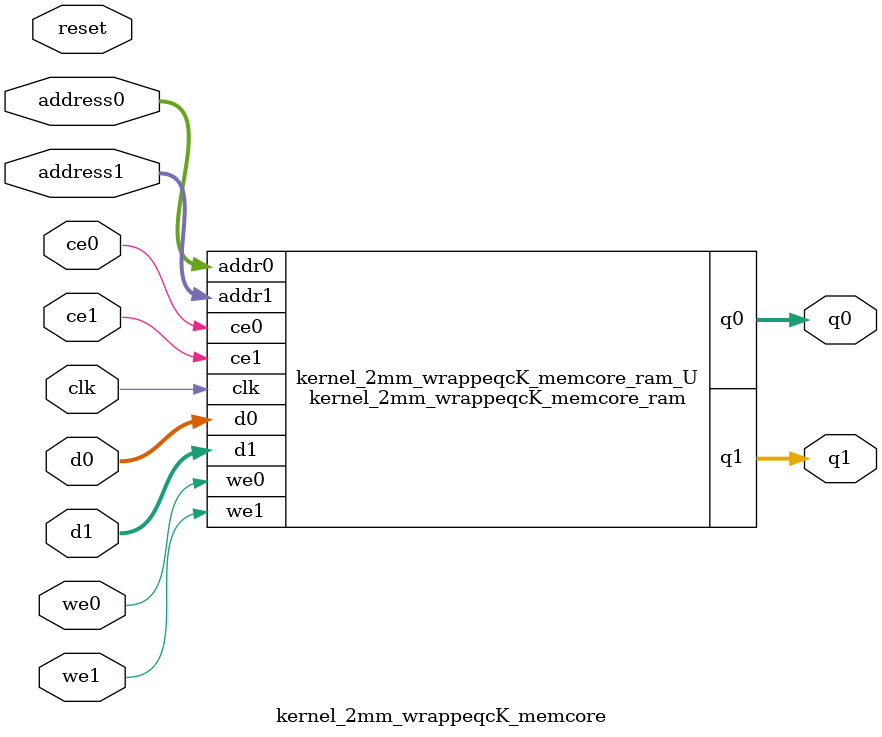
<source format=v>

`timescale 1 ns / 1 ps
module kernel_2mm_wrappeqcK_memcore_ram (addr0, ce0, d0, we0, q0, addr1, ce1, d1, we1, q1,  clk);

parameter DWIDTH = 32;
parameter AWIDTH = 8;
parameter MEM_SIZE = 144;

input[AWIDTH-1:0] addr0;
input ce0;
input[DWIDTH-1:0] d0;
input we0;
output reg[DWIDTH-1:0] q0;
input[AWIDTH-1:0] addr1;
input ce1;
input[DWIDTH-1:0] d1;
input we1;
output reg[DWIDTH-1:0] q1;
input clk;

(* ram_style = "block" *)reg [DWIDTH-1:0] ram[0:MEM_SIZE-1];




always @(posedge clk)  
begin 
    if (ce0) 
    begin
        if (we0) 
        begin 
            ram[addr0] <= d0; 
            q0 <= d0;
        end 
        else 
            q0 <= ram[addr0];
    end
end


always @(posedge clk)  
begin 
    if (ce1) 
    begin
        if (we1) 
        begin 
            ram[addr1] <= d1; 
            q1 <= d1;
        end 
        else 
            q1 <= ram[addr1];
    end
end


endmodule


`timescale 1 ns / 1 ps
module kernel_2mm_wrappeqcK_memcore(
    reset,
    clk,
    address0,
    ce0,
    we0,
    d0,
    q0,
    address1,
    ce1,
    we1,
    d1,
    q1);

parameter DataWidth = 32'd32;
parameter AddressRange = 32'd144;
parameter AddressWidth = 32'd8;
input reset;
input clk;
input[AddressWidth - 1:0] address0;
input ce0;
input we0;
input[DataWidth - 1:0] d0;
output[DataWidth - 1:0] q0;
input[AddressWidth - 1:0] address1;
input ce1;
input we1;
input[DataWidth - 1:0] d1;
output[DataWidth - 1:0] q1;



kernel_2mm_wrappeqcK_memcore_ram kernel_2mm_wrappeqcK_memcore_ram_U(
    .clk( clk ),
    .addr0( address0 ),
    .ce0( ce0 ),
    .we0( we0 ),
    .d0( d0 ),
    .q0( q0 ),
    .addr1( address1 ),
    .ce1( ce1 ),
    .we1( we1 ),
    .d1( d1 ),
    .q1( q1 ));

endmodule


</source>
